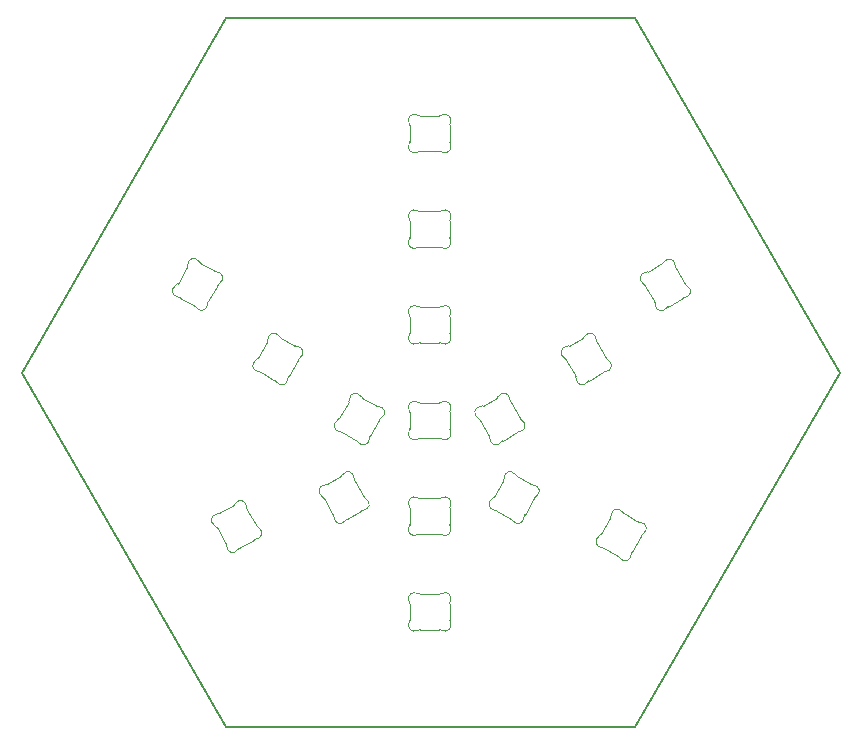
<source format=gbr>
%TF.GenerationSoftware,KiCad,Pcbnew,8.0.8*%
%TF.CreationDate,2025-04-07T13:38:17-04:00*%
%TF.ProjectId,pcb_tile_game_tile_ooo,7063625f-7469-46c6-955f-67616d655f74,1.0*%
%TF.SameCoordinates,Original*%
%TF.FileFunction,Profile,NP*%
%FSLAX46Y46*%
G04 Gerber Fmt 4.6, Leading zero omitted, Abs format (unit mm)*
G04 Created by KiCad (PCBNEW 8.0.8) date 2025-04-07 13:38:17*
%MOMM*%
%LPD*%
G01*
G04 APERTURE LIST*
%TA.AperFunction,Profile*%
%ADD10C,0.200000*%
%TD*%
%TA.AperFunction,Profile*%
%ADD11C,0.100000*%
%TD*%
G04 APERTURE END LIST*
D10*
X122739492Y-110000000D02*
X157380508Y-110000000D01*
X157380508Y-110000000D02*
X174701016Y-80000000D01*
X174701016Y-80000000D02*
X157380508Y-50000000D01*
X122739492Y-50000000D02*
X105418984Y-80000000D01*
X105418984Y-80000000D02*
X122739492Y-110000000D01*
X157380508Y-50000000D02*
X122739492Y-50000000D01*
D11*
%TO.C,LED4*%
X138260001Y-84752842D02*
X138260001Y-83347158D01*
X139165547Y-82550001D02*
X140754452Y-82550001D01*
X140754452Y-85550000D02*
X139165548Y-85550000D01*
X141659999Y-83347158D02*
X141659999Y-84752842D01*
X138210516Y-83130280D02*
G75*
G02*
X138260003Y-83347157I-449816J-216724D01*
G01*
X138210516Y-83130280D02*
G75*
G02*
X138913287Y-82481705I450514J216876D01*
G01*
X138260001Y-84752842D02*
G75*
G02*
X138210523Y-84969723I-499801J-62D01*
G01*
X138913289Y-85618299D02*
G75*
G02*
X138210510Y-84969716I-252259J431705D01*
G01*
X138913289Y-85618299D02*
G75*
G02*
X139165548Y-85550001I252251J-431685D01*
G01*
X139165547Y-82550001D02*
G75*
G02*
X138913289Y-82481702I3J500007D01*
G01*
X140754452Y-85550000D02*
G75*
G02*
X141006710Y-85618299I-3J-500009D01*
G01*
X141006711Y-82481701D02*
G75*
G02*
X140754453Y-82550000I-252261J431710D01*
G01*
X141006711Y-82481701D02*
G75*
G02*
X141709484Y-83130280I252258J-431701D01*
G01*
X141659999Y-83347158D02*
G75*
G02*
X141709484Y-83130280I499990J2D01*
G01*
X141709484Y-84969720D02*
G75*
G02*
X141006711Y-85618297I-450515J-216877D01*
G01*
X141709484Y-84969720D02*
G75*
G02*
X141659999Y-84752843I450505J216876D01*
G01*
%TO.C,LED3*%
X138260001Y-76652842D02*
X138260001Y-75247158D01*
X139165547Y-74450001D02*
X140754452Y-74450001D01*
X140754452Y-77450000D02*
X139165548Y-77450000D01*
X141659999Y-75247158D02*
X141659999Y-76652842D01*
X138210516Y-75030280D02*
G75*
G02*
X138260003Y-75247157I-449816J-216724D01*
G01*
X138210516Y-75030280D02*
G75*
G02*
X138913287Y-74381705I450514J216876D01*
G01*
X138260001Y-76652842D02*
G75*
G02*
X138210523Y-76869723I-499801J-62D01*
G01*
X138913289Y-77518299D02*
G75*
G02*
X138210510Y-76869716I-252259J431705D01*
G01*
X138913289Y-77518299D02*
G75*
G02*
X139165548Y-77450001I252251J-431685D01*
G01*
X139165547Y-74450001D02*
G75*
G02*
X138913289Y-74381702I3J500007D01*
G01*
X140754452Y-77450000D02*
G75*
G02*
X141006710Y-77518299I-3J-500009D01*
G01*
X141006711Y-74381701D02*
G75*
G02*
X140754453Y-74450000I-252261J431710D01*
G01*
X141006711Y-74381701D02*
G75*
G02*
X141709484Y-75030280I252258J-431701D01*
G01*
X141659999Y-75247158D02*
G75*
G02*
X141709484Y-75030280I499990J2D01*
G01*
X141709484Y-76869720D02*
G75*
G02*
X141006711Y-77518297I-450515J-216877D01*
G01*
X141709484Y-76869720D02*
G75*
G02*
X141659999Y-76652843I450505J216876D01*
G01*
%TO.C,LED13*%
X125414217Y-78782066D02*
X126208669Y-77406034D01*
X126869160Y-80667712D02*
X125651802Y-79964870D01*
X127351801Y-77020386D02*
X128569159Y-77723228D01*
X128806745Y-78906033D02*
X128012293Y-80282065D01*
X125414217Y-78782066D02*
G75*
G02*
X125228939Y-78966378I-433018J250006D01*
G01*
X125439238Y-79899287D02*
G75*
G02*
X125228940Y-78966380I37436J498595D01*
G01*
X125439238Y-79899287D02*
G75*
G02*
X125651802Y-79964868I-37220J-497914D01*
G01*
X126275649Y-77153421D02*
G75*
G02*
X126208669Y-77406033I-500002J-2610D01*
G01*
X126275649Y-77153421D02*
G75*
G02*
X127188722Y-76869091I499994J2610D01*
G01*
X126869160Y-80667712D02*
G75*
G02*
X127032238Y-80819008I-249797J-432785D01*
G01*
X127351801Y-77020386D02*
G75*
G02*
X127188722Y-76869091I249982J432991D01*
G01*
X127945312Y-80534677D02*
G75*
G02*
X127032243Y-80819003I-499989J-2615D01*
G01*
X127945312Y-80534677D02*
G75*
G02*
X128012293Y-80282065I500046J2596D01*
G01*
X128781723Y-77788811D02*
G75*
G02*
X128569160Y-77723228I37433J498586D01*
G01*
X128781723Y-77788811D02*
G75*
G02*
X128992021Y-78721720I-37435J-498596D01*
G01*
X128806745Y-78906033D02*
G75*
G02*
X128992022Y-78721721I433013J-250002D01*
G01*
%TO.C,LED8*%
X151751322Y-77723227D02*
X152968680Y-77020385D01*
X152308189Y-80282064D02*
X151513736Y-78906032D01*
X154111811Y-77406033D02*
X154906264Y-78782064D01*
X154668680Y-79964870D02*
X153451321Y-80667711D01*
X151328458Y-78721719D02*
G75*
G02*
X151513737Y-78906032I-247737J-434317D01*
G01*
X151328458Y-78721719D02*
G75*
G02*
X151538759Y-77788804I247738J434315D01*
G01*
X151751322Y-77723227D02*
G75*
G02*
X151538757Y-77788808I-249904J432723D01*
G01*
X152308189Y-80282064D02*
G75*
G02*
X152375169Y-80534675I-433015J-249999D01*
G01*
X153131760Y-76869091D02*
G75*
G02*
X152968681Y-77020382I-413843J282550D01*
G01*
X153131760Y-76869091D02*
G75*
G02*
X154044828Y-77153420I413077J-281718D01*
G01*
X153288242Y-80819006D02*
G75*
G02*
X152375173Y-80534675I-413077J281720D01*
G01*
X153288242Y-80819006D02*
G75*
G02*
X153451321Y-80667711I412950J-281576D01*
G01*
X154111811Y-77406033D02*
G75*
G02*
X154044830Y-77153420I433100J250025D01*
G01*
X154668680Y-79964870D02*
G75*
G02*
X154881243Y-79899286I249977J-432937D01*
G01*
X155091544Y-78966377D02*
G75*
G02*
X154881243Y-79899285I-247739J-434311D01*
G01*
X155091544Y-78966377D02*
G75*
G02*
X154906265Y-78782064I247736J434316D01*
G01*
%TO.C,LED11*%
X122151802Y-91902514D02*
X123369160Y-91199670D01*
X122708669Y-94461350D02*
X121914218Y-93085317D01*
X124512291Y-91585319D02*
X125306744Y-92961350D01*
X125069160Y-94144156D02*
X123851801Y-94846996D01*
X121728938Y-92901007D02*
G75*
G02*
X121914217Y-93085318I-247728J-434310D01*
G01*
X121728938Y-92901007D02*
G75*
G02*
X121939239Y-91968101I247730J434312D01*
G01*
X122151802Y-91902514D02*
G75*
G02*
X121939237Y-91968095I-249904J432724D01*
G01*
X122708669Y-94461350D02*
G75*
G02*
X122775650Y-94713960I-433054J-250011D01*
G01*
X123532240Y-91048374D02*
G75*
G02*
X123369161Y-91199669I-413220J281867D01*
G01*
X123532240Y-91048374D02*
G75*
G02*
X124445310Y-91332705I413077J-281721D01*
G01*
X123688722Y-94998292D02*
G75*
G02*
X122775651Y-94713961I-413078J281720D01*
G01*
X123688722Y-94998292D02*
G75*
G02*
X123851800Y-94846998I413062J-281696D01*
G01*
X124512291Y-91585319D02*
G75*
G02*
X124445314Y-91332705I432964J249981D01*
G01*
X125069160Y-94144156D02*
G75*
G02*
X125281723Y-94078572I250000J-433012D01*
G01*
X125492022Y-93145663D02*
G75*
G02*
X125281723Y-94078571I-247731J-434313D01*
G01*
X125492022Y-93145663D02*
G75*
G02*
X125306745Y-92961350I247752J434326D01*
G01*
%TO.C,LED2*%
X138260001Y-68552842D02*
X138260001Y-67147158D01*
X139165547Y-66350001D02*
X140754452Y-66350001D01*
X140754452Y-69350000D02*
X139165548Y-69350000D01*
X141659999Y-67147158D02*
X141659999Y-68552842D01*
X138210516Y-66930280D02*
G75*
G02*
X138260003Y-67147157I-449816J-216724D01*
G01*
X138210516Y-66930280D02*
G75*
G02*
X138913287Y-66281705I450514J216876D01*
G01*
X138260001Y-68552842D02*
G75*
G02*
X138210523Y-68769723I-499801J-62D01*
G01*
X138913289Y-69418299D02*
G75*
G02*
X138210510Y-68769716I-252259J431705D01*
G01*
X138913289Y-69418299D02*
G75*
G02*
X139165548Y-69350001I252251J-431685D01*
G01*
X139165547Y-66350001D02*
G75*
G02*
X138913289Y-66281702I3J500007D01*
G01*
X140754452Y-69350000D02*
G75*
G02*
X141006710Y-69418299I-3J-500009D01*
G01*
X141006711Y-66281701D02*
G75*
G02*
X140754453Y-66350000I-252261J431710D01*
G01*
X141006711Y-66281701D02*
G75*
G02*
X141709484Y-66930280I252258J-431701D01*
G01*
X141659999Y-67147158D02*
G75*
G02*
X141709484Y-66930280I499990J2D01*
G01*
X141709484Y-68769720D02*
G75*
G02*
X141006711Y-69418297I-450515J-216877D01*
G01*
X141709484Y-68769720D02*
G75*
G02*
X141659999Y-68552843I450505J216876D01*
G01*
%TO.C,LED5*%
X138260001Y-92852842D02*
X138260001Y-91447158D01*
X139165547Y-90650001D02*
X140754452Y-90650001D01*
X140754452Y-93650000D02*
X139165548Y-93650000D01*
X141659999Y-91447158D02*
X141659999Y-92852842D01*
X138210516Y-91230280D02*
G75*
G02*
X138260003Y-91447157I-449816J-216724D01*
G01*
X138210516Y-91230280D02*
G75*
G02*
X138913287Y-90581705I450514J216876D01*
G01*
X138260001Y-92852842D02*
G75*
G02*
X138210523Y-93069723I-499801J-62D01*
G01*
X138913289Y-93718299D02*
G75*
G02*
X138210510Y-93069716I-252259J431705D01*
G01*
X138913289Y-93718299D02*
G75*
G02*
X139165548Y-93650001I252251J-431685D01*
G01*
X139165547Y-90650001D02*
G75*
G02*
X138913289Y-90581702I3J500007D01*
G01*
X140754452Y-93650000D02*
G75*
G02*
X141006710Y-93718299I-3J-500009D01*
G01*
X141006711Y-90581701D02*
G75*
G02*
X140754453Y-90650000I-252261J431710D01*
G01*
X141006711Y-90581701D02*
G75*
G02*
X141709484Y-91230280I252258J-431701D01*
G01*
X141659999Y-91447158D02*
G75*
G02*
X141709484Y-91230280I499990J2D01*
G01*
X141709484Y-93069720D02*
G75*
G02*
X141006711Y-93718297I-450515J-216877D01*
G01*
X141709484Y-93069720D02*
G75*
G02*
X141659999Y-92852843I450505J216876D01*
G01*
%TO.C,LED7*%
X158450842Y-71452513D02*
X159668200Y-70749671D01*
X159007708Y-74011350D02*
X158213256Y-72635318D01*
X160811331Y-71135318D02*
X161605784Y-72511350D01*
X161368199Y-73694155D02*
X160150841Y-74396997D01*
X158027978Y-72451005D02*
G75*
G02*
X158213257Y-72635318I-247737J-434317D01*
G01*
X158027978Y-72451005D02*
G75*
G02*
X158238279Y-71518090I247738J434315D01*
G01*
X158450842Y-71452513D02*
G75*
G02*
X158238278Y-71518096I-249886J432652D01*
G01*
X159007708Y-74011350D02*
G75*
G02*
X159074689Y-74263961I-433033J-250007D01*
G01*
X159831279Y-70598376D02*
G75*
G02*
X159668202Y-70749671I-412596J281190D01*
G01*
X159831279Y-70598376D02*
G75*
G02*
X160744349Y-70882707I413078J-281719D01*
G01*
X159987762Y-74548292D02*
G75*
G02*
X159074691Y-74263961I-413078J281720D01*
G01*
X159987762Y-74548292D02*
G75*
G02*
X160150840Y-74396998I413062J-281696D01*
G01*
X160811331Y-71135318D02*
G75*
G02*
X160744351Y-70882707I433021J250001D01*
G01*
X161368199Y-73694155D02*
G75*
G02*
X161580763Y-73628572I249996J-433004D01*
G01*
X161791063Y-72695663D02*
G75*
G02*
X161580763Y-73628573I-247736J-434313D01*
G01*
X161791063Y-72695663D02*
G75*
G02*
X161605785Y-72511350I247741J434320D01*
G01*
%TO.C,LED1*%
X138260001Y-60452842D02*
X138260001Y-59047158D01*
X139165547Y-58250001D02*
X140754452Y-58250001D01*
X140754452Y-61250000D02*
X139165548Y-61250000D01*
X141659999Y-59047158D02*
X141659999Y-60452842D01*
X138210516Y-58830280D02*
G75*
G02*
X138260003Y-59047157I-449816J-216724D01*
G01*
X138210516Y-58830280D02*
G75*
G02*
X138913287Y-58181705I450514J216876D01*
G01*
X138260001Y-60452842D02*
G75*
G02*
X138210514Y-60669719I-499701J-62D01*
G01*
X138913289Y-61318299D02*
G75*
G02*
X138210522Y-60669722I-252259J431695D01*
G01*
X138913289Y-61318299D02*
G75*
G02*
X139165548Y-61249999I252261J-431705D01*
G01*
X139165547Y-58250001D02*
G75*
G02*
X138913289Y-58181702I3J500007D01*
G01*
X140754452Y-61250000D02*
G75*
G02*
X141006710Y-61318299I-3J-500009D01*
G01*
X141006711Y-58181701D02*
G75*
G02*
X140754453Y-58250000I-252261J431710D01*
G01*
X141006711Y-58181701D02*
G75*
G02*
X141709484Y-58830280I252258J-431701D01*
G01*
X141659999Y-59047158D02*
G75*
G02*
X141709484Y-58830280I499990J2D01*
G01*
X141709484Y-60669720D02*
G75*
G02*
X141006711Y-61318297I-450515J-216877D01*
G01*
X141709484Y-60669720D02*
G75*
G02*
X141659999Y-60452843I450505J216876D01*
G01*
%TO.C,LED16*%
X154472996Y-93672242D02*
X155267448Y-92296210D01*
X155927939Y-95557888D02*
X154710581Y-94855046D01*
X156410580Y-91910562D02*
X157627938Y-92613404D01*
X157865524Y-93796209D02*
X157071072Y-95172241D01*
X154472996Y-93672242D02*
G75*
G02*
X154287718Y-93856554I-433018J250006D01*
G01*
X154498017Y-94789463D02*
G75*
G02*
X154287719Y-93856556I37436J498595D01*
G01*
X154498017Y-94789463D02*
G75*
G02*
X154710581Y-94855044I-37220J-497914D01*
G01*
X155334428Y-92043597D02*
G75*
G02*
X155267448Y-92296209I-500002J-2610D01*
G01*
X155334428Y-92043597D02*
G75*
G02*
X156247501Y-91759267I499994J2610D01*
G01*
X155927939Y-95557888D02*
G75*
G02*
X156091017Y-95709184I-249797J-432785D01*
G01*
X156410580Y-91910562D02*
G75*
G02*
X156247501Y-91759267I249982J432991D01*
G01*
X157004091Y-95424853D02*
G75*
G02*
X156091022Y-95709179I-499989J-2615D01*
G01*
X157004091Y-95424853D02*
G75*
G02*
X157071072Y-95172241I500046J2596D01*
G01*
X157840502Y-92678987D02*
G75*
G02*
X157627939Y-92613404I37433J498586D01*
G01*
X157840502Y-92678987D02*
G75*
G02*
X158050800Y-93611896I-37435J-498596D01*
G01*
X157865524Y-93796209D02*
G75*
G02*
X158050801Y-93611897I433013J-250002D01*
G01*
%TO.C,LED15*%
X145413256Y-90511350D02*
X146207708Y-89135318D01*
X146868199Y-92396996D02*
X145650841Y-91694154D01*
X147350840Y-88749670D02*
X148568198Y-89452512D01*
X148805784Y-90635317D02*
X148011332Y-92011349D01*
X145413256Y-90511350D02*
G75*
G02*
X145227978Y-90695662I-433018J250006D01*
G01*
X145438277Y-91628571D02*
G75*
G02*
X145227979Y-90695664I37436J498595D01*
G01*
X145438277Y-91628571D02*
G75*
G02*
X145650841Y-91694152I-37220J-497914D01*
G01*
X146274688Y-88882705D02*
G75*
G02*
X146207708Y-89135317I-500002J-2610D01*
G01*
X146274688Y-88882705D02*
G75*
G02*
X147187761Y-88598375I499994J2610D01*
G01*
X146868199Y-92396996D02*
G75*
G02*
X147031277Y-92548292I-249797J-432785D01*
G01*
X147350840Y-88749670D02*
G75*
G02*
X147187761Y-88598375I249982J432991D01*
G01*
X147944351Y-92263961D02*
G75*
G02*
X147031282Y-92548287I-499989J-2615D01*
G01*
X147944351Y-92263961D02*
G75*
G02*
X148011332Y-92011349I500046J2596D01*
G01*
X148780762Y-89518095D02*
G75*
G02*
X148568199Y-89452512I37433J498586D01*
G01*
X148780762Y-89518095D02*
G75*
G02*
X148991060Y-90451004I-37435J-498596D01*
G01*
X148805784Y-90635317D02*
G75*
G02*
X148991061Y-90451005I433013J-250002D01*
G01*
%TO.C,LED9*%
X144451802Y-82802513D02*
X145669160Y-82099671D01*
X145008668Y-85361350D02*
X144214216Y-83985318D01*
X146812291Y-82485318D02*
X147606744Y-83861350D01*
X147369159Y-85044155D02*
X146151801Y-85746997D01*
X144028938Y-83801005D02*
G75*
G02*
X144214217Y-83985318I-247737J-434317D01*
G01*
X144028938Y-83801005D02*
G75*
G02*
X144239239Y-82868103I247730J434310D01*
G01*
X144451802Y-82802513D02*
G75*
G02*
X144239238Y-82868096I-249886J432652D01*
G01*
X145008668Y-85361350D02*
G75*
G02*
X145075649Y-85613961I-433033J-250007D01*
G01*
X145832239Y-81948376D02*
G75*
G02*
X145669162Y-82099671I-412596J281190D01*
G01*
X145832239Y-81948376D02*
G75*
G02*
X146745309Y-82232707I413078J-281719D01*
G01*
X145988722Y-85898292D02*
G75*
G02*
X145075651Y-85613961I-413078J281720D01*
G01*
X145988722Y-85898292D02*
G75*
G02*
X146151800Y-85746998I413062J-281696D01*
G01*
X146812291Y-82485318D02*
G75*
G02*
X146745311Y-82232707I433021J250001D01*
G01*
X147369159Y-85044155D02*
G75*
G02*
X147581723Y-84978572I249996J-433004D01*
G01*
X147792023Y-84045663D02*
G75*
G02*
X147581723Y-84978571I-247735J-434312D01*
G01*
X147792023Y-84045663D02*
G75*
G02*
X147606745Y-83861350I247741J434320D01*
G01*
%TO.C,LED12*%
X118613256Y-72461351D02*
X119407708Y-71085319D01*
X120068199Y-74346997D02*
X118850841Y-73644155D01*
X120550840Y-70699671D02*
X121768198Y-71402513D01*
X122005784Y-72585318D02*
X121211332Y-73961350D01*
X118613256Y-72461351D02*
G75*
G02*
X118427978Y-72645663I-433018J250006D01*
G01*
X118638277Y-73578572D02*
G75*
G02*
X118427979Y-72645665I37436J498595D01*
G01*
X118638277Y-73578572D02*
G75*
G02*
X118850841Y-73644153I-37220J-497914D01*
G01*
X119474688Y-70832706D02*
G75*
G02*
X119407708Y-71085318I-500002J-2610D01*
G01*
X119474688Y-70832706D02*
G75*
G02*
X120387762Y-70548375I499994J2612D01*
G01*
X120068199Y-74346997D02*
G75*
G02*
X120231277Y-74498293I-249797J-432785D01*
G01*
X120550840Y-70699671D02*
G75*
G02*
X120387761Y-70548376I249930J432933D01*
G01*
X121144351Y-74213962D02*
G75*
G02*
X120231282Y-74498288I-499989J-2615D01*
G01*
X121144351Y-74213962D02*
G75*
G02*
X121211331Y-73961350I499927J2630D01*
G01*
X121980763Y-71468096D02*
G75*
G02*
X121768199Y-71402514I37410J498524D01*
G01*
X121980763Y-71468096D02*
G75*
G02*
X122191060Y-72401004I-37439J-498596D01*
G01*
X122005784Y-72585318D02*
G75*
G02*
X122191061Y-72401006I433013J-250002D01*
G01*
%TO.C,LED6*%
X138260001Y-100952842D02*
X138260001Y-99547158D01*
X139165547Y-98750001D02*
X140754452Y-98750001D01*
X140754452Y-101750000D02*
X139165548Y-101750000D01*
X141659999Y-99547158D02*
X141659999Y-100952842D01*
X138210516Y-99330280D02*
G75*
G02*
X138260003Y-99547157I-449816J-216724D01*
G01*
X138210516Y-99330280D02*
G75*
G02*
X138913287Y-98681705I450514J216876D01*
G01*
X138260001Y-100952842D02*
G75*
G02*
X138210514Y-101169719I-499701J-62D01*
G01*
X138913289Y-101818299D02*
G75*
G02*
X138210522Y-101169722I-252259J431695D01*
G01*
X138913289Y-101818299D02*
G75*
G02*
X139165548Y-101749999I252261J-431705D01*
G01*
X139165547Y-98750001D02*
G75*
G02*
X138913289Y-98681702I3J500007D01*
G01*
X140754452Y-101750000D02*
G75*
G02*
X141006710Y-101818299I-3J-500009D01*
G01*
X141006711Y-98681701D02*
G75*
G02*
X140754453Y-98750000I-252261J431710D01*
G01*
X141006711Y-98681701D02*
G75*
G02*
X141709484Y-99330280I252258J-431701D01*
G01*
X141659999Y-99547158D02*
G75*
G02*
X141709484Y-99330280I499990J2D01*
G01*
X141709484Y-101169720D02*
G75*
G02*
X141006711Y-101818297I-450515J-216877D01*
G01*
X141709484Y-101169720D02*
G75*
G02*
X141659999Y-100952843I450505J216876D01*
G01*
%TO.C,LED10*%
X131250841Y-89452513D02*
X132468199Y-88749671D01*
X131807707Y-92011350D02*
X131013255Y-90635318D01*
X133611330Y-89135318D02*
X134405783Y-90511350D01*
X134168198Y-91694155D02*
X132950840Y-92396997D01*
X130827977Y-90451005D02*
G75*
G02*
X131013256Y-90635318I-247737J-434317D01*
G01*
X130827977Y-90451005D02*
G75*
G02*
X131038278Y-89518103I247730J434310D01*
G01*
X131250841Y-89452513D02*
G75*
G02*
X131038277Y-89518096I-249886J432652D01*
G01*
X131807707Y-92011350D02*
G75*
G02*
X131874688Y-92263961I-433033J-250007D01*
G01*
X132631278Y-88598376D02*
G75*
G02*
X132468201Y-88749671I-412596J281190D01*
G01*
X132631278Y-88598376D02*
G75*
G02*
X133544348Y-88882707I413078J-281719D01*
G01*
X132787761Y-92548292D02*
G75*
G02*
X131874690Y-92263961I-413078J281720D01*
G01*
X132787761Y-92548292D02*
G75*
G02*
X132950839Y-92396998I413062J-281696D01*
G01*
X133611330Y-89135318D02*
G75*
G02*
X133544350Y-88882707I433021J250001D01*
G01*
X134168198Y-91694155D02*
G75*
G02*
X134380762Y-91628572I249996J-433004D01*
G01*
X134591062Y-90695663D02*
G75*
G02*
X134380762Y-91628571I-247735J-434312D01*
G01*
X134591062Y-90695663D02*
G75*
G02*
X134405784Y-90511350I247741J434320D01*
G01*
%TO.C,LED14*%
X132313256Y-83861350D02*
X133107708Y-82485318D01*
X133768199Y-85746996D02*
X132550841Y-85044154D01*
X134250840Y-82099670D02*
X135468198Y-82802512D01*
X135705784Y-83985317D02*
X134911332Y-85361349D01*
X132313256Y-83861350D02*
G75*
G02*
X132127978Y-84045662I-433018J250006D01*
G01*
X132338277Y-84978571D02*
G75*
G02*
X132127979Y-84045664I37436J498595D01*
G01*
X132338277Y-84978571D02*
G75*
G02*
X132550841Y-85044152I-37220J-497914D01*
G01*
X133174688Y-82232705D02*
G75*
G02*
X133107708Y-82485317I-500002J-2610D01*
G01*
X133174688Y-82232705D02*
G75*
G02*
X134087761Y-81948375I499994J2610D01*
G01*
X133768199Y-85746996D02*
G75*
G02*
X133931277Y-85898292I-249797J-432785D01*
G01*
X134250840Y-82099670D02*
G75*
G02*
X134087761Y-81948375I249982J432991D01*
G01*
X134844351Y-85613961D02*
G75*
G02*
X133931282Y-85898287I-499989J-2615D01*
G01*
X134844351Y-85613961D02*
G75*
G02*
X134911332Y-85361349I500046J2596D01*
G01*
X135680762Y-82868095D02*
G75*
G02*
X135468199Y-82802512I37433J498586D01*
G01*
X135680762Y-82868095D02*
G75*
G02*
X135891060Y-83801004I-37435J-498596D01*
G01*
X135705784Y-83985317D02*
G75*
G02*
X135891061Y-83801005I433013J-250002D01*
G01*
%TD*%
M02*

</source>
